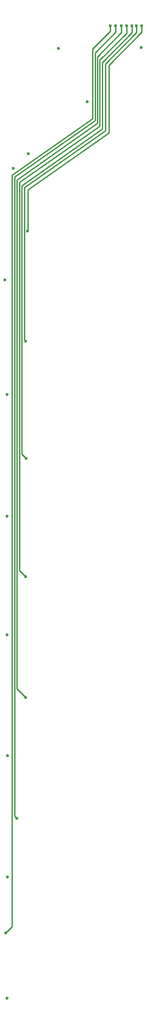
<source format=gbr>
%TF.GenerationSoftware,KiCad,Pcbnew,8.0.2*%
%TF.CreationDate,2025-02-10T20:40:27+01:00*%
%TF.ProjectId,FT25_AMS_VSENS,46543235-5f41-44d5-935f-5653454e532e,rev?*%
%TF.SameCoordinates,Original*%
%TF.FileFunction,Copper,L2,Inr*%
%TF.FilePolarity,Positive*%
%FSLAX46Y46*%
G04 Gerber Fmt 4.6, Leading zero omitted, Abs format (unit mm)*
G04 Created by KiCad (PCBNEW 8.0.2) date 2025-02-10 20:40:27*
%MOMM*%
%LPD*%
G01*
G04 APERTURE LIST*
%TA.AperFunction,ViaPad*%
%ADD10C,0.600000*%
%TD*%
%TA.AperFunction,Conductor*%
%ADD11C,0.250000*%
%TD*%
G04 APERTURE END LIST*
D10*
%TO.N,/V1*%
X201425000Y-82300000D03*
X223300000Y-43200000D03*
%TO.N,/V2*%
X201100000Y-103300000D03*
X222300000Y-43200000D03*
%TO.N,/V3*%
X221400000Y-43200000D03*
X201200000Y-125700000D03*
%TO.N,/V4*%
X201100000Y-148200000D03*
X220400000Y-43200000D03*
%TO.N,/V5*%
X219400000Y-43200000D03*
X201100000Y-171200000D03*
%TO.N,/V6*%
X218300000Y-43200000D03*
X199400000Y-194287500D03*
%TO.N,/V7*%
X197300000Y-216100000D03*
X217300000Y-43200000D03*
%TO.N,/V8*%
X197500000Y-228500000D03*
%TO.N,/V9*%
X197600000Y-205400000D03*
%TO.N,/V10*%
X197600000Y-182300000D03*
%TO.N,/V11*%
X197500000Y-159300000D03*
%TO.N,/V12*%
X197500000Y-136700000D03*
%TO.N,/V13*%
X197550000Y-113450000D03*
%TO.N,/V14*%
X197150000Y-91600000D03*
%TO.N,/V15*%
X198718423Y-70342190D03*
%TO.N,VBUS*%
X212900000Y-57650000D03*
X207350000Y-47500000D03*
X201605503Y-67621559D03*
%TO.N,GND*%
X223150000Y-47350000D03*
%TD*%
D11*
%TO.N,/V1*%
X201500000Y-82225000D02*
X201500000Y-74450000D01*
X217000000Y-63600000D02*
X201500000Y-74450000D01*
X217000000Y-50700000D02*
X223300000Y-44400000D01*
X223300000Y-44400000D02*
X223300000Y-43200000D01*
X217000000Y-63600000D02*
X217000000Y-50700000D01*
X201425000Y-82300000D02*
X201500000Y-82225000D01*
%TO.N,/V2*%
X200800000Y-103000000D02*
X201100000Y-103300000D01*
X200800000Y-74050000D02*
X216300000Y-63200000D01*
X222300000Y-43200000D02*
X222300000Y-44500000D01*
X200800000Y-74050000D02*
X200800000Y-103000000D01*
X222300000Y-44500000D02*
X216300000Y-50500000D01*
X216300000Y-50500000D02*
X216300000Y-63200000D01*
%TO.N,/V3*%
X221400000Y-43200000D02*
X221400000Y-44500000D01*
X215700000Y-62850000D02*
X200321776Y-73650000D01*
X200321776Y-124821776D02*
X201200000Y-125700000D01*
X221400000Y-44500000D02*
X215700000Y-50200000D01*
X200321776Y-73650000D02*
X200321776Y-124821776D01*
X215700000Y-50200000D02*
X215700000Y-62850000D01*
%TO.N,/V4*%
X220400000Y-44600000D02*
X215250000Y-49750000D01*
X220400000Y-43200000D02*
X220400000Y-44600000D01*
X199871776Y-146971776D02*
X201100000Y-148200000D01*
X199871776Y-73028224D02*
X215250000Y-62300000D01*
X215250000Y-49750000D02*
X215250000Y-62300000D01*
X199871776Y-73028224D02*
X199871776Y-146971776D01*
%TO.N,/V5*%
X199421776Y-72550000D02*
X199421776Y-169521776D01*
X214800000Y-61750000D02*
X199421776Y-72550000D01*
X219400000Y-43200000D02*
X219400000Y-44500000D01*
X214800000Y-49100000D02*
X214800000Y-61750000D01*
X199421776Y-169521776D02*
X201100000Y-171200000D01*
X219400000Y-44500000D02*
X214800000Y-49100000D01*
%TO.N,/V6*%
X198971776Y-72000000D02*
X214350000Y-61200000D01*
X198971776Y-72000000D02*
X198971776Y-193859276D01*
X218300000Y-44400000D02*
X214350000Y-48350000D01*
X218300000Y-43200000D02*
X218300000Y-44400000D01*
X198971776Y-193859276D02*
X199400000Y-194287500D01*
X214350000Y-48350000D02*
X214350000Y-61200000D01*
%TO.N,/V7*%
X198500000Y-214900000D02*
X197300000Y-216100000D01*
X213900000Y-47600000D02*
X213900000Y-60900000D01*
X213900000Y-60900000D02*
X198500000Y-71650000D01*
X217300000Y-44200000D02*
X213900000Y-47600000D01*
X217300000Y-43200000D02*
X217300000Y-44200000D01*
X198500000Y-71650000D02*
X198500000Y-214900000D01*
%TD*%
M02*

</source>
